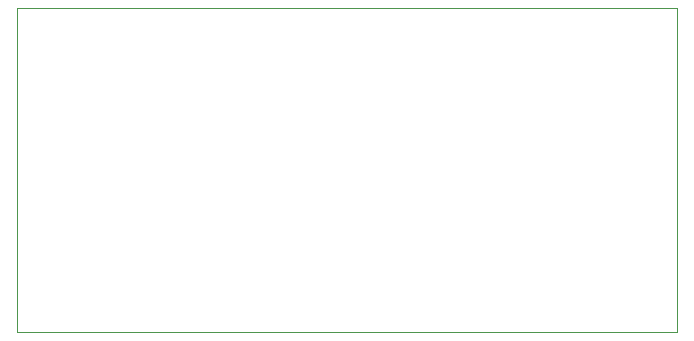
<source format=gbr>
%TF.GenerationSoftware,KiCad,Pcbnew,7.0.10*%
%TF.CreationDate,2024-02-12T14:11:10-08:00*%
%TF.ProjectId,prototypemeasurement,70726f74-6f74-4797-9065-6d6561737572,rev?*%
%TF.SameCoordinates,Original*%
%TF.FileFunction,Profile,NP*%
%FSLAX46Y46*%
G04 Gerber Fmt 4.6, Leading zero omitted, Abs format (unit mm)*
G04 Created by KiCad (PCBNEW 7.0.10) date 2024-02-12 14:11:10*
%MOMM*%
%LPD*%
G01*
G04 APERTURE LIST*
%TA.AperFunction,Profile*%
%ADD10C,0.100000*%
%TD*%
G04 APERTURE END LIST*
D10*
X107950000Y-37592000D02*
X163830000Y-37592000D01*
X163830000Y-65024000D01*
X107950000Y-65024000D01*
X107950000Y-37592000D01*
M02*

</source>
